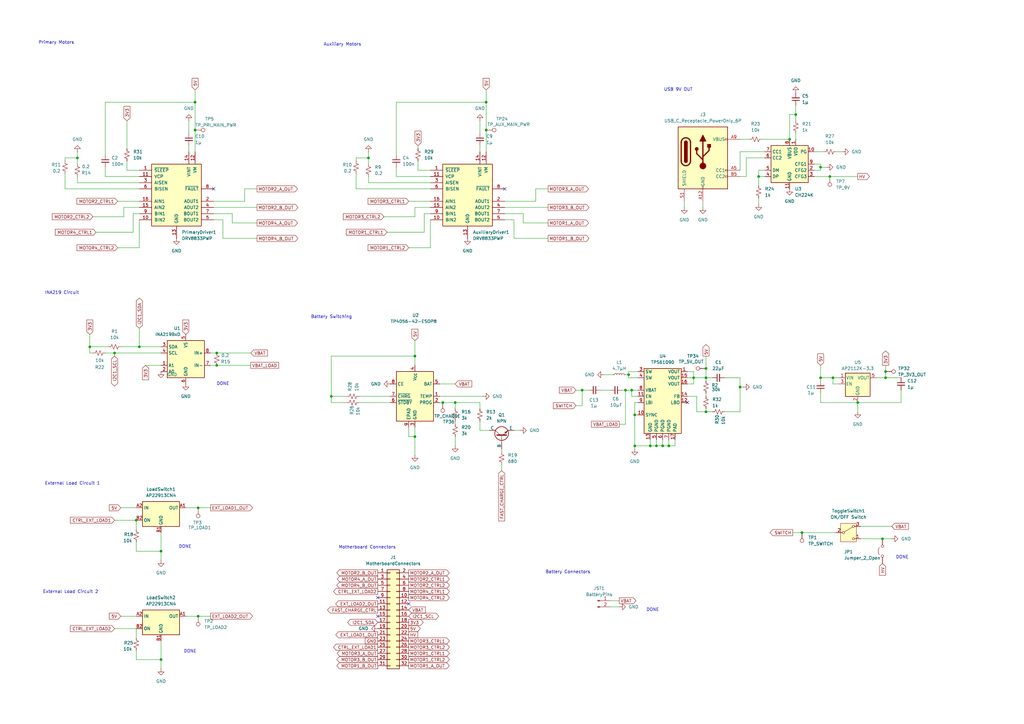
<source format=kicad_sch>
(kicad_sch (version 20250114) (generator "eeschema") (generator_version "9.0")
  (paper "A3")
  (title_block (title "MicroMousePCB") (date "2025-03-21") (rev "v0") (comment 3 "OLFDAN001") (comment 4 "Danella Oelofse"))
  (lib_symbols
    (symbol "Battery_Management:TP4056-42-ESOP8"
      (property "Reference" "U" (at -6.604 11.684 0))
      (property "Value" "TP4056-42-ESOP8" (at 10.16 11.684 0))
      (symbol "TP4056-42-ESOP8_1_0"
        (pin input line (at -10.16 5.08 0) (length 2.54) (name "CE") (number "8"))
        (pin open_collector line (at -10.16 0 0) (length 2.54) (name "~{CHRG}") (number "7"))
        (pin open_collector line (at -10.16 -2.54 0) (length 2.54) (name "~{STDBY}") (number "6"))
        (pin passive line (at -2.54 -12.7 90) (length 2.54) (name "EPAD") (number "9"))
        (pin power_in line (at 0 12.7 270) (length 2.54) (name "V_{CC}") (number "4"))
        (pin power_in line (at 0 -12.7 90) (length 2.54) (name "GND") (number "3"))
        (pin power_out line (at 10.16 5.08 180) (length 2.54) (name "BAT") (number "5"))
        (pin input line (at 10.16 0 180) (length 2.54) (name "TEMP") (number "1"))
        (pin passive line (at 10.16 -2.54 180) (length 2.54) (name "PROG") (number "2"))
      )
    )
    (symbol "Connector:Conn_01x02_Pin" (pin_names (offset 1.016) (hide yes))
      (property "Reference" "J" (at 0 2.54 0))
      (property "Value" "Conn_01x02_Pin" (at 0 -5.08 0))
      (symbol "Conn_01x02_Pin_1_1"
        (pin passive line (at 5.08 0 180) (length 3.81) (name "Pin_1") (number "1"))
        (pin passive line (at 5.08 -2.54 180) (length 3.81) (name "Pin_2") (number "2"))
      )
    )
    (symbol "Connector:TestPoint" (pin_numbers (hide yes)) (pin_names (offset 0.762) (hide yes))
      (property "Reference" "TP" (at 0 6.858 0))
      (property "Value" "TestPoint" (at 0 5.08 0))
      (symbol "TestPoint_1_1"
        (pin passive line (at 0 0 90) (length 2.54) (name "1") (number "1"))
      )
    )
    (symbol "Connector:USB_C_Receptacle_PowerOnly_6P" (pin_names (offset 1.016))
      (property "Reference" "J" (at 0 16.51 0))
      (property "Value" "USB_C_Receptacle_PowerOnly_6P" (at 0 13.97 0))
      (symbol "USB_C_Receptacle_PowerOnly_6P_1_1"
        (pin passive line (at -7.62 -17.78 90) (length 5.08) (name "SHIELD") (number "S1"))
        (pin passive line (at 0 -17.78 90) (length 5.08) (name "GND") (number "A12"))
        (pin passive line (at 0 -17.78 90) (length 5.08) (hide yes) (name "GND") (number "B12"))
        (pin passive line (at 15.24 7.62 180) (length 5.08) (name "VBUS") (number "A9"))
        (pin passive line (at 15.24 7.62 180) (length 5.08) (hide yes) (name "VBUS") (number "B9"))
        (pin bidirectional line (at 15.24 -5.08 180) (length 5.08) (name "CC1") (number "A5"))
        (pin bidirectional line (at 15.24 -7.62 180) (length 5.08) (name "CC2") (number "B5"))
      )
    )
    (symbol "Connector_Generic:Conn_02x16_Odd_Even" (pin_names (offset 1.016) (hide yes))
      (property "Reference" "J" (at 1.27 20.32 0))
      (property "Value" "Conn_02x16_Odd_Even" (at 1.27 -22.86 0))
      (symbol "Conn_02x16_Odd_Even_1_1"
        (pin passive line (at -5.08 17.78 0) (length 3.81) (name "Pin_1") (number "1"))
        (pin passive line (at -5.08 15.24 0) (length 3.81) (name "Pin_3") (number "3"))
        (pin passive line (at -5.08 12.7 0) (length 3.81) (name "Pin_5") (number "5"))
        (pin passive line (at -5.08 10.16 0) (length 3.81) (name "Pin_7") (number "7"))
        (pin passive line (at -5.08 7.62 0) (length 3.81) (name "Pin_9") (number "9"))
        (pin passive line (at -5.08 5.08 0) (length 3.81) (name "Pin_11") (number "11"))
        (pin passive line (at -5.08 2.54 0) (length 3.81) (name "Pin_13") (number "13"))
        (pin passive line (at -5.08 0 0) (length 3.81) (name "Pin_15") (number "15"))
        (pin passive line (at -5.08 -2.54 0) (length 3.81) (name "Pin_17") (number "17"))
        (pin passive line (at -5.08 -5.08 0) (length 3.81) (name "Pin_19") (number "19"))
        (pin passive line (at -5.08 -7.62 0) (length 3.81) (name "Pin_21") (number "21"))
        (pin passive line (at -5.08 -10.16 0) (length 3.81) (name "Pin_23") (number "23"))
        (pin passive line (at -5.08 -12.7 0) (length 3.81) (name "Pin_25") (number "25"))
        (pin passive line (at -5.08 -15.24 0) (length 3.81) (name "Pin_27") (number "27"))
        (pin passive line (at -5.08 -17.78 0) (length 3.81) (name "Pin_29") (number "29"))
        (pin passive line (at -5.08 -20.32 0) (length 3.81) (name "Pin_31") (number "31"))
        (pin passive line (at 7.62 17.78 180) (length 3.81) (name "Pin_2") (number "2"))
        (pin passive line (at 7.62 15.24 180) (length 3.81) (name "Pin_4") (number "4"))
        (pin passive line (at 7.62 12.7 180) (length 3.81) (name "Pin_6") (number "6"))
        (pin passive line (at 7.62 10.16 180) (length 3.81) (name "Pin_8") (number "8"))
        (pin passive line (at 7.62 7.62 180) (length 3.81) (name "Pin_10") (number "10"))
        (pin passive line (at 7.62 5.08 180) (length 3.81) (name "Pin_12") (number "12"))
        (pin passive line (at 7.62 2.54 180) (length 3.81) (name "Pin_14") (number "14"))
        (pin passive line (at 7.62 0 180) (length 3.81) (name "Pin_16") (number "16"))
        (pin passive line (at 7.62 -2.54 180) (length 3.81) (name "Pin_18") (number "18"))
        (pin passive line (at 7.62 -5.08 180) (length 3.81) (name "Pin_20") (number "20"))
        (pin passive line (at 7.62 -7.62 180) (length 3.81) (name "Pin_22") (number "22"))
        (pin passive line (at 7.62 -10.16 180) (length 3.81) (name "Pin_24") (number "24"))
        (pin passive line (at 7.62 -12.7 180) (length 3.81) (name "Pin_26") (number "26"))
        (pin passive line (at 7.62 -15.24 180) (length 3.81) (name "Pin_28") (number "28"))
        (pin passive line (at 7.62 -17.78 180) (length 3.81) (name "Pin_30") (number "30"))
        (pin passive line (at 7.62 -20.32 180) (length 3.81) (name "Pin_32") (number "32"))
      )
    )
    (symbol "Device:C_Small" (pin_numbers (hide yes)) (pin_names (offset 0.254) (hide yes))
      (property "Reference" "C" (at 0.254 1.778 0))
      (property "Value" "C_Small" (at 0.254 -2.032 0))
      (symbol "C_Small_1_1"
        (pin passive line (at 0 2.54 270) (length 2.032) (name "~") (number "1"))
        (pin passive line (at 0 -2.54 90) (length 2.032) (name "~") (number "2"))
      )
    )
    (symbol "Device:L_Small" (pin_numbers (hide yes)) (pin_names (offset 0.254) (hide yes))
      (property "Reference" "L" (at 0.762 1.016 0))
      (property "Value" "L_Small" (at 0.762 -1.016 0))
      (symbol "L_Small_1_1"
        (pin passive line (at 0 2.54 270) (length 0.508) (name "~") (number "1"))
        (pin passive line (at 0 -2.54 90) (length 0.508) (name "~") (number "2"))
      )
    )
    (symbol "Device:R_Small_US" (pin_numbers (hide yes)) (pin_names (offset 0.254) (hide yes))
      (property "Reference" "R" (at 0.762 0.508 0))
      (property "Value" "R_Small_US" (at 0.762 -1.016 0))
      (symbol "R_Small_US_1_1"
        (pin passive line (at 0 2.54 270) (length 1.016) (name "~") (number "1"))
        (pin passive line (at 0 -2.54 90) (length 1.016) (name "~") (number "2"))
      )
    )
    (symbol "Driver_Motor:DRV8833PWP" (pin_names (offset 1.016))
      (property "Reference" "U" (at -3.81 16.51 0))
      (property "Value" "DRV8833PWP" (at -3.81 13.97 0))
      (symbol "DRV8833PWP_1_1"
        (pin input line (at -15.24 10.16 0) (length 5.08) (name "~{SLEEP}") (number "1"))
        (pin bidirectional line (at -15.24 7.62 0) (length 5.08) (name "VCP") (number "11"))
        (pin bidirectional line (at -15.24 5.08 0) (length 5.08) (name "AISEN") (number "3"))
        (pin bidirectional line (at -15.24 2.54 0) (length 5.08) (name "BISEN") (number "6"))
        (pin input line (at -15.24 -2.54 0) (length 5.08) (name "AIN1") (number "16"))
        (pin input line (at -15.24 -5.08 0) (length 5.08) (name "AIN2") (number "15"))
        (pin input line (at -15.24 -7.62 0) (length 5.08) (name "BIN1") (number "9"))
        (pin input line (at -15.24 -10.16 0) (length 5.08) (name "BIN2") (number "10"))
        (pin power_in line (at 0 -17.78 90) (length 5.08) (name "GND") (number "13"))
        (pin passive line (at 0 -17.78 90) (length 5.08) (hide yes) (name "GND") (number "17"))
        (pin power_in line (at 5.08 17.78 270) (length 5.08) (name "VINT") (number "14"))
        (pin power_in line (at 7.62 17.78 270) (length 5.08) (name "VM") (number "12"))
        (pin open_collector line (at 15.24 2.54 180) (length 5.08) (name "~{FAULT}") (number "8"))
        (pin power_out line (at 15.24 -2.54 180) (length 5.08) (name "AOUT1") (number "2"))
        (pin power_out line (at 15.24 -5.08 180) (length 5.08) (name "AOUT2") (number "4"))
        (pin power_out line (at 15.24 -7.62 180) (length 5.08) (name "BOUT1") (number "7"))
        (pin power_out line (at 15.24 -10.16 180) (length 5.08) (name "BOUT2") (number "5"))
      )
    )
    (symbol "Interface_USB:CH224K"
      (property "Reference" "U" (at -7.874 -8.89 0))
      (property "Value" "CH224K" (at 3.048 -8.89 0))
      (symbol "CH224K_1_1"
        (pin bidirectional line (at -10.16 5.08 0) (length 2.54) (name "CC1") (number "7"))
        (pin bidirectional line (at -10.16 2.54 0) (length 2.54) (name "CC2") (number "6"))
        (pin bidirectional line (at -10.16 -2.54 0) (length 2.54) (name "DM") (number "5"))
        (pin bidirectional line (at -10.16 -5.08 0) (length 2.54) (name "DP") (number "4"))
        (pin passive line (at 0 10.16 270) (length 2.54) (name "VBUS") (number "8"))
        (pin power_in line (at 0 -10.16 90) (length 2.54) (name "GND") (number "11"))
        (pin power_in line (at 2.54 10.16 270) (length 2.54) (name "VDD") (number "1"))
        (pin open_collector line (at 10.16 5.08 180) (length 2.54) (name "PG") (number "10"))
        (pin passive line (at 10.16 0 180) (length 2.54) (name "CFG1") (number "9"))
        (pin passive line (at 10.16 -2.54 180) (length 2.54) (name "CFG2") (number "2"))
        (pin passive line (at 10.16 -5.08 180) (length 2.54) (name "CFG3") (number "3"))
      )
    )
    (symbol "Jumper:Jumper_2_Open" (pin_numbers (hide yes)) (pin_names (offset 0) (hide yes)) (exclude_from_sim yes)
      (property "Reference" "JP" (at 0 2.794 0))
      (property "Value" "Jumper_2_Open" (at 0 -2.286 0))
      (symbol "Jumper_2_Open_1_1"
        (pin passive line (at -5.08 0 0) (length 2.54) (name "A") (number "1"))
        (pin passive line (at 5.08 0 180) (length 2.54) (name "B") (number "2"))
      )
    )
    (symbol "Power_Management:AP22913CN4"
      (property "Reference" "U" (at 0 8.255 0))
      (property "Value" "AP22913CN4" (at 0 6.35 0))
      (symbol "AP22913CN4_1_1"
        (pin power_in line (at -10.16 2.54 0) (length 2.54) (name "IN") (number "A2"))
        (pin input line (at -10.16 -2.54 0) (length 2.54) (name "ON") (number "B2"))
        (pin power_in line (at 0 -7.62 90) (length 2.54) (name "GND") (number "B1"))
        (pin power_out line (at 10.16 2.54 180) (length 2.54) (name "OUT") (number "A1"))
      )
    )
    (symbol "Regulator_Linear:AP2112K-3.3" (pin_names (offset 0.254))
      (property "Reference" "U" (at -5.08 5.715 0))
      (property "Value" "AP2112K-3.3" (at 0 5.715 0))
      (symbol "AP2112K-3.3_1_1"
        (pin power_in line (at -7.62 2.54 0) (length 2.54) (name "VIN") (number "1"))
        (pin input line (at -7.62 0 0) (length 2.54) (name "EN") (number "3"))
        (pin power_in line (at 0 -7.62 90) (length 2.54) (name "GND") (number "2"))
        (pin no_connect line (at 5.08 0 180) (length 2.54) (hide yes) (name "NC") (number "4"))
        (pin power_out line (at 7.62 2.54 180) (length 2.54) (name "VOUT") (number "5"))
      )
    )
    (symbol "Regulator_Switching:TPS61090"
      (property "Reference" "U" (at -7.62 15.24 0))
      (property "Value" "TPS61090" (at 1.27 15.24 0))
      (symbol "TPS61090_0_0"
        (pin passive line (at -10.16 12.7 0) (length 2.54) (name "SW") (number "3"))
        (pin passive line (at -10.16 10.16 0) (length 2.54) (name "SW") (number "4"))
        (pin power_in line (at -10.16 5.08 0) (length 2.54) (name "VBAT") (number "8"))
        (pin input line (at -10.16 2.54 0) (length 2.54) (name "EN") (number "11"))
        (pin input line (at -10.16 0 0) (length 2.54) (name "LBI") (number "9"))
        (pin input line (at -10.16 -5.08 0) (length 2.54) (name "SYNC") (number "10"))
        (pin power_in line (at -5.08 -15.24 90) (length 2.54) (name "GND") (number "13"))
        (pin power_in line (at -2.54 -15.24 90) (length 2.54) (name "PGND") (number "5"))
        (pin power_in line (at 0 -15.24 90) (length 2.54) (name "PGND") (number "6"))
        (pin power_in line (at 2.54 -15.24 90) (length 2.54) (name "PGND") (number "7"))
        (pin power_in line (at 5.08 -15.24 90) (length 2.54) (name "PAD") (number "17"))
        (pin power_out line (at 10.16 12.7 180) (length 2.54) (name "VOUT") (number "1"))
        (pin passive line (at 10.16 10.16 180) (length 2.54) (name "VOUT") (number "15"))
        (pin passive line (at 10.16 7.62 180) (length 2.54) (name "VOUT") (number "16"))
        (pin input line (at 10.16 2.54 180) (length 2.54) (name "FB") (number "14"))
        (pin open_collector line (at 10.16 0 180) (length 2.54) (name "LBO") (number "12"))
        (pin no_connect line (at 10.16 -5.08 180) (length 2.54) (hide yes) (name "NC") (number "2"))
      )
    )
    (symbol "Sensor_Energy:INA219BxD"
      (property "Reference" "U" (at -6.35 8.89 0))
      (property "Value" "INA219BxD" (at 5.08 8.89 0))
      (symbol "INA219BxD_1_1"
        (pin input line (at -10.16 2.54 0) (length 2.54) (name "IN+") (number "8"))
        (pin input line (at -10.16 -2.54 0) (length 2.54) (name "IN-") (number "7"))
        (pin power_in line (at 0 10.16 270) (length 2.54) (name "VS") (number "5"))
        (pin power_in line (at 0 -10.16 90) (length 2.54) (name "GND") (number "6"))
        (pin bidirectional line (at 10.16 5.08 180) (length 2.54) (name "SDA") (number "3"))
        (pin input line (at 10.16 2.54 180) (length 2.54) (name "SCL") (number "4"))
        (pin input line (at 10.16 -2.54 180) (length 2.54) (name "A1") (number "1"))
        (pin input line (at 10.16 -5.08 180) (length 2.54) (name "A0") (number "2"))
      )
    )
    (symbol "Simulation_SPICE:NPN" (pin_numbers (hide yes)) (pin_names (offset 0))
      (property "Reference" "Q" (at -2.54 7.62 0))
      (property "Value" "NPN" (at -2.54 5.08 0))
      (symbol "NPN_1_1"
        (pin input line (at -5.08 0 0) (length 2.54) (name "B") (number "2"))
        (pin open_collector line (at 2.54 5.08 270) (length 2.54) (name "C") (number "1"))
        (pin open_emitter line (at 2.54 -5.08 90) (length 2.54) (name "E") (number "3"))
      )
    )
    (symbol "Switch:SW_SPDT_321" (pin_names (offset 1) (hide yes))
      (property "Reference" "SW" (at 0 5.08 0))
      (property "Value" "SW_SPDT_321" (at 0 -5.08 0))
      (symbol "SW_SPDT_321_1_1"
        (pin passive line (at -5.08 0 0) (length 2.54) (name "B") (number "2"))
        (pin passive line (at 5.08 2.54 180) (length 2.54) (name "A") (number "3"))
        (pin passive line (at 5.08 -2.54 180) (length 2.54) (name "C") (number "1"))
      )
    )
    (symbol "power:GND" (power) (pin_numbers (hide yes)) (pin_names (offset 0) (hide yes))
      (property "Value" "GND" (at 0 -3.81 0))
      (symbol "GND_1_1"
        (pin power_in line (at 0 0 270) (length 0) (name "~") (number "1"))
      )
    )
  )
  (text "Primary Motors\n" (at 23.114 17.526 0) (effects (font (size 1.27 1.27))))
  (text "DONE\n" (at 267.716 250.19 0) (effects (font (size 1.27 1.27))))
  (text "External Load Circuit 1\n\n\n" (at 29.718 200.406 0) (effects (font (size 1.27 1.27))))
  (text "Motherboard Connectors\n" (at 150.622 224.536 0) (effects (font (size 1.27 1.27))))
  (text "DONE\n" (at 75.946 224.282 0) (effects (font (size 1.27 1.27))))
  (text "INA219 Circuit\n" (at 25.4 120.142 0) (effects (font (size 1.27 1.27))))
  (text "DONE\n" (at 370.078 228.6 0) (effects (font (size 1.27 1.27))))
  (text "DONE\n" (at 91.44 157.48 0) (effects (font (size 1.27 1.27))))
  (text "Battery Connectors\n" (at 232.918 234.696 0) (effects (font (size 1.27 1.27))))
  (text "Auxiliary Motors\n" (at 140.462 18.288 0) (effects (font (size 1.27 1.27))))
  (text "External Load Circuit 2\n\n" (at 28.956 243.84 0) (effects (font (size 1.27 1.27))))
  (text "USB 9V OUT\n" (at 272.288 36.83 0) (effects (font (size 1.27 1.27)) (justify left)))
  (text "DONE\n" (at 77.978 267.208 0) (effects (font (size 1.27 1.27))))
  (text "Battery Switching\n" (at 127.508 130.048 0) (effects (font (size 1.27 1.27)) (justify left)))
  (junction (at 336.55 154.94))
  (junction (at 81.28 208.28))
  (junction (at 256.54 160.02))
  (junction (at 170.18 146.05))
  (junction (at 271.78 182.88))
  (junction (at 199.39 53.34))
  (junction (at 135.89 162.56))
  (junction (at 81.28 252.73))
  (junction (at 55.88 213.36))
  (junction (at 80.01 41.91))
  (junction (at 88.9 149.86))
  (junction (at 238.76 160.02))
  (junction (at 274.32 182.88))
  (junction (at 303.53 158.75))
  (junction (at 46.99 144.78))
  (junction (at 151.13 64.77))
  (junction (at 289.56 154.94))
  (junction (at 31.75 64.77))
  (junction (at 57.15 142.24))
  (junction (at 311.15 72.39))
  (junction (at 326.39 46.99))
  (junction (at 336.55 68.58))
  (junction (at 170.18 179.07))
  (junction (at 260.35 170.18))
  (junction (at 266.7 182.88))
  (junction (at 341.63 154.94))
  (junction (at 289.56 151.13))
  (junction (at 66.04 270.51))
  (junction (at 363.22 154.94))
  (junction (at 257.81 153.67))
  (junction (at 269.24 182.88))
  (junction (at 199.39 41.91))
  (junction (at 289.56 168.91))
  (junction (at 186.69 165.1))
  (junction (at 361.95 220.98))
  (junction (at 363.22 152.4))
  (junction (at 284.48 154.94))
  (junction (at 181.61 165.1))
  (junction (at 328.93 218.44))
  (junction (at 340.36 72.39))
  (junction (at 259.08 160.02))
  (junction (at 66.04 226.06))
  (junction (at 88.9 144.78))
  (junction (at 260.35 182.88))
  (junction (at 351.79 165.1))
  (junction (at 36.83 142.24))
  (junction (at 323.85 57.15))
  (junction (at 80.01 53.34))
  (no_connect (at 167.64 247.65))
  (no_connect (at 207.01 77.47))
  (no_connect (at 87.63 77.47))
  (no_connect (at 154.94 252.73))
  (no_connect (at 281.94 165.1))
  (no_connect (at 154.94 245.11))
  (wire (pts (xy 369.57 165.1) (xy 351.79 165.1)))
  (wire (pts (xy 81.28 208.28) (xy 76.2 208.28)))
  (wire (pts (xy 313.69 72.39) (xy 311.15 72.39)))
  (wire (pts (xy 259.08 160.02) (xy 261.62 160.02)))
  (wire (pts (xy 54.61 87.63) (xy 54.61 95.25)))
  (wire (pts (xy 323.85 46.99) (xy 323.85 57.15)))
  (wire (pts (xy 151.13 74.93) (xy 176.53 74.93)))
  (wire (pts (xy 255.27 160.02) (xy 256.54 160.02)))
  (wire (pts (xy 289.56 154.94) (xy 292.1 154.94)))
  (wire (pts (xy 199.39 53.34) (xy 199.39 62.23)))
  (wire (pts (xy 261.62 162.56) (xy 259.08 162.56)))
  (wire (pts (xy 57.15 69.85) (xy 52.07 69.85)))
  (wire (pts (xy 26.67 64.77) (xy 26.67 66.04)))
  (wire (pts (xy 91.44 97.79) (xy 105.41 97.79)))
  (wire (pts (xy 341.63 154.94) (xy 336.55 154.94)))
  (wire (pts (xy 326.39 46.99) (xy 326.39 49.53)))
  (wire (pts (xy 281.94 152.4) (xy 284.48 152.4)))
  (wire (pts (xy 196.85 172.72) (xy 196.85 176.53)))
  (wire (pts (xy 180.34 165.1) (xy 181.61 165.1)))
  (wire (pts (xy 147.32 165.1) (xy 160.02 165.1)))
  (wire (pts (xy 260.35 182.88) (xy 266.7 182.88)))
  (wire (pts (xy 266.7 180.34) (xy 266.7 182.88)))
  (wire (pts (xy 55.88 257.81) (xy 55.88 261.62)))
  (wire (pts (xy 66.04 226.06) (xy 66.04 229.87)))
  (wire (pts (xy 66.04 270.51) (xy 66.04 274.32)))
  (wire (pts (xy 297.18 168.91) (xy 303.53 168.91)))
  (wire (pts (xy 246.38 160.02) (xy 250.19 160.02)))
  (wire (pts (xy 284.48 152.4) (xy 284.48 154.94)))
  (wire (pts (xy 167.64 101.6) (xy 176.53 101.6)))
  (wire (pts (xy 274.32 182.88) (xy 274.32 180.34)))
  (wire (pts (xy 334.01 69.85) (xy 336.55 69.85)))
  (wire (pts (xy 171.45 59.69) (xy 171.45 60.96)))
  (wire (pts (xy 289.56 167.64) (xy 289.56 168.91)))
  (wire (pts (xy 363.22 154.94) (xy 369.57 154.94)))
  (wire (pts (xy 100.33 77.47) (xy 105.41 77.47)))
  (wire (pts (xy 336.55 68.58) (xy 336.55 69.85)))
  (wire (pts (xy 176.53 85.09) (xy 170.18 85.09)))
  (wire (pts (xy 281.94 157.48) (xy 284.48 157.48)))
  (wire (pts (xy 66.04 218.44) (xy 66.04 226.06)))
  (wire (pts (xy 260.35 165.1) (xy 260.35 170.18)))
  (wire (pts (xy 146.05 64.77) (xy 151.13 64.77)))
  (wire (pts (xy 180.34 162.56) (xy 198.12 162.56)))
  (wire (pts (xy 171.45 66.04) (xy 171.45 69.85)))
  (wire (pts (xy 306.07 72.39) (xy 303.53 72.39)))
  (wire (pts (xy 135.89 162.56) (xy 142.24 162.56)))
  (wire (pts (xy 57.15 72.39) (xy 43.18 72.39)))
  (wire (pts (xy 66.04 142.24) (xy 57.15 142.24)))
  (wire (pts (xy 256.54 153.67) (xy 257.81 153.67)))
  (wire (pts (xy 257.81 154.94) (xy 261.62 154.94)))
  (wire (pts (xy 280.67 82.55) (xy 280.67 85.09)))
  (wire (pts (xy 236.22 160.02) (xy 238.76 160.02)))
  (wire (pts (xy 303.53 57.15) (xy 307.34 57.15)))
  (wire (pts (xy 353.06 220.98) (xy 361.95 220.98)))
  (wire (pts (xy 334.01 67.31) (xy 336.55 67.31)))
  (wire (pts (xy 259.08 160.02) (xy 259.08 162.56)))
  (wire (pts (xy 311.15 69.85) (xy 311.15 72.39)))
  (wire (pts (xy 219.71 82.55) (xy 219.71 77.47)))
  (wire (pts (xy 342.9 62.23) (xy 345.44 62.23)))
  (wire (pts (xy 39.37 95.25) (xy 54.61 95.25)))
  (wire (pts (xy 77.47 49.53) (xy 77.47 54.61)))
  (wire (pts (xy 87.63 85.09) (xy 105.41 85.09)))
  (wire (pts (xy 88.9 149.86) (xy 102.87 149.86)))
  (wire (pts (xy 135.89 162.56) (xy 135.89 146.05)))
  (wire (pts (xy 81.28 252.73) (xy 76.2 252.73)))
  (wire (pts (xy 57.15 142.24) (xy 49.53 142.24)))
  (wire (pts (xy 238.76 160.02) (xy 241.3 160.02)))
  (wire (pts (xy 26.67 77.47) (xy 57.15 77.47)))
  (wire (pts (xy 57.15 90.17) (xy 57.15 101.6)))
  (wire (pts (xy 66.04 262.89) (xy 66.04 270.51)))
  (wire (pts (xy 196.85 176.53) (xy 200.66 176.53)))
  (wire (pts (xy 80.01 36.83) (xy 80.01 41.91)))
  (wire (pts (xy 46.99 144.78) (xy 43.18 144.78)))
  (wire (pts (xy 351.79 165.1) (xy 351.79 168.91)))
  (wire (pts (xy 336.55 154.94) (xy 336.55 156.21)))
  (wire (pts (xy 170.18 85.09) (xy 170.18 88.9)))
  (wire (pts (xy 196.85 49.53) (xy 196.85 54.61)))
  (wire (pts (xy 281.94 162.56) (xy 285.75 162.56)))
  (wire (pts (xy 271.78 180.34) (xy 271.78 182.88)))
  (wire (pts (xy 43.18 72.39) (xy 43.18 68.58)))
  (wire (pts (xy 269.24 182.88) (xy 271.78 182.88)))
  (wire (pts (xy 52.07 66.04) (xy 52.07 69.85)))
  (wire (pts (xy 186.69 165.1) (xy 196.85 165.1)))
  (wire (pts (xy 176.53 90.17) (xy 176.53 101.6)))
  (wire (pts (xy 276.86 180.34) (xy 276.86 182.88)))
  (wire (pts (xy 186.69 172.72) (xy 186.69 173.99)))
  (wire (pts (xy 353.06 215.9) (xy 365.76 215.9)))
  (wire (pts (xy 326.39 54.61) (xy 326.39 57.15)))
  (wire (pts (xy 80.01 53.34) (xy 80.01 62.23)))
  (wire (pts (xy 176.53 72.39) (xy 162.56 72.39)))
  (wire (pts (xy 86.36 252.73) (xy 81.28 252.73)))
  (wire (pts (xy 146.05 71.12) (xy 146.05 77.47)))
  (wire (pts (xy 285.75 168.91) (xy 289.56 168.91)))
  (wire (pts (xy 196.85 59.69) (xy 196.85 62.23)))
  (wire (pts (xy 336.55 149.86) (xy 336.55 154.94)))
  (wire (pts (xy 269.24 180.34) (xy 269.24 182.88)))
  (wire (pts (xy 207.01 85.09) (xy 224.79 85.09)))
  (wire (pts (xy 303.53 158.75) (xy 304.8 158.75)))
  (wire (pts (xy 313.69 62.23) (xy 303.53 62.23)))
  (wire (pts (xy 250.19 248.92) (xy 254 248.92)))
  (wire (pts (xy 341.63 154.94) (xy 341.63 157.48)))
  (wire (pts (xy 289.56 146.05) (xy 289.56 151.13)))
  (wire (pts (xy 36.83 137.16) (xy 36.83 142.24)))
  (wire (pts (xy 151.13 72.39) (xy 151.13 74.93)))
  (wire (pts (xy 49.53 208.28) (xy 55.88 208.28)))
  (wire (pts (xy 256.54 160.02) (xy 259.08 160.02)))
  (wire (pts (xy 167.64 175.26) (xy 167.64 179.07)))
  (wire (pts (xy 173.99 87.63) (xy 173.99 95.25)))
  (wire (pts (xy 207.01 90.17) (xy 210.82 90.17)))
  (wire (pts (xy 196.85 165.1) (xy 196.85 167.64)))
  (wire (pts (xy 261.62 170.18) (xy 260.35 170.18)))
  (wire (pts (xy 170.18 179.07) (xy 170.18 186.69)))
  (wire (pts (xy 181.61 165.1) (xy 186.69 165.1)))
  (wire (pts (xy 256.54 160.02) (xy 256.54 173.99)))
  (wire (pts (xy 55.88 266.7) (xy 55.88 270.51)))
  (wire (pts (xy 88.9 144.78) (xy 102.87 144.78)))
  (wire (pts (xy 46.99 144.78) (xy 46.99 146.05)))
  (wire (pts (xy 151.13 64.77) (xy 151.13 67.31)))
  (wire (pts (xy 289.56 161.29) (xy 289.56 162.56)))
  (wire (pts (xy 214.63 91.44) (xy 224.79 91.44)))
  (wire (pts (xy 162.56 63.5) (xy 162.56 41.91)))
  (wire (pts (xy 238.76 160.02) (xy 238.76 166.37)))
  (wire (pts (xy 158.75 95.25) (xy 173.99 95.25)))
  (wire (pts (xy 334.01 72.39) (xy 340.36 72.39)))
  (wire (pts (xy 207.01 87.63) (xy 214.63 87.63)))
  (wire (pts (xy 38.1 144.78) (xy 36.83 144.78)))
  (wire (pts (xy 205.74 190.5) (xy 205.74 193.04)))
  (wire (pts (xy 55.88 226.06) (xy 66.04 226.06)))
  (wire (pts (xy 43.18 63.5) (xy 43.18 41.91)))
  (wire (pts (xy 38.1 88.9) (xy 50.8 88.9)))
  (wire (pts (xy 336.55 68.58) (xy 339.09 68.58)))
  (wire (pts (xy 77.47 59.69) (xy 77.47 62.23)))
  (wire (pts (xy 151.13 62.23) (xy 151.13 64.77)))
  (wire (pts (xy 146.05 64.77) (xy 146.05 66.04)))
  (wire (pts (xy 326.39 43.18) (xy 326.39 46.99)))
  (wire (pts (xy 340.36 72.39) (xy 351.79 72.39)))
  (wire (pts (xy 274.32 182.88) (xy 276.86 182.88)))
  (wire (pts (xy 52.07 49.53) (xy 52.07 60.96)))
  (wire (pts (xy 55.88 222.25) (xy 55.88 226.06)))
  (wire (pts (xy 369.57 160.02) (xy 369.57 165.1)))
  (wire (pts (xy 87.63 82.55) (xy 100.33 82.55)))
  (wire (pts (xy 236.22 166.37) (xy 238.76 166.37)))
  (wire (pts (xy 257.81 153.67) (xy 257.81 154.94)))
  (wire (pts (xy 207.01 82.55) (xy 219.71 82.55)))
  (wire (pts (xy 135.89 165.1) (xy 142.24 165.1)))
  (wire (pts (xy 261.62 165.1) (xy 260.35 165.1)))
  (wire (pts (xy 210.82 176.53) (xy 213.36 176.53)))
  (wire (pts (xy 325.12 218.44) (xy 328.93 218.44)))
  (wire (pts (xy 157.48 88.9) (xy 170.18 88.9)))
  (wire (pts (xy 344.17 157.48) (xy 341.63 157.48)))
  (wire (pts (xy 312.42 57.15) (xy 323.85 57.15)))
  (wire (pts (xy 363.22 149.86) (xy 363.22 152.4)))
  (wire (pts (xy 180.34 157.48) (xy 186.69 157.48)))
  (wire (pts (xy 260.35 170.18) (xy 260.35 182.88)))
  (wire (pts (xy 167.64 179.07) (xy 170.18 179.07)))
  (wire (pts (xy 266.7 182.88) (xy 269.24 182.88)))
  (wire (pts (xy 313.69 64.77) (xy 306.07 64.77)))
  (wire (pts (xy 80.01 41.91) (xy 80.01 53.34)))
  (wire (pts (xy 167.64 82.55) (xy 176.53 82.55)))
  (wire (pts (xy 176.53 87.63) (xy 173.99 87.63)))
  (wire (pts (xy 254 173.99) (xy 256.54 173.99)))
  (wire (pts (xy 48.26 101.6) (xy 57.15 101.6)))
  (wire (pts (xy 66.04 149.86) (xy 59.69 149.86)))
  (wire (pts (xy 285.75 162.56) (xy 285.75 168.91)))
  (wire (pts (xy 135.89 162.56) (xy 135.89 165.1)))
  (wire (pts (xy 57.15 85.09) (xy 50.8 85.09)))
  (wire (pts (xy 313.69 69.85) (xy 311.15 69.85)))
  (wire (pts (xy 49.53 252.73) (xy 55.88 252.73)))
  (wire (pts (xy 95.25 91.44) (xy 105.41 91.44)))
  (wire (pts (xy 162.56 41.91) (xy 199.39 41.91)))
  (wire (pts (xy 214.63 87.63) (xy 214.63 91.44)))
  (wire (pts (xy 66.04 144.78) (xy 46.99 144.78)))
  (wire (pts (xy 147.32 162.56) (xy 160.02 162.56)))
  (wire (pts (xy 86.36 149.86) (xy 88.9 149.86)))
  (wire (pts (xy 210.82 90.17) (xy 210.82 97.79)))
  (wire (pts (xy 170.18 175.26) (xy 170.18 179.07)))
  (wire (pts (xy 87.63 90.17) (xy 91.44 90.17)))
  (wire (pts (xy 48.26 82.55) (xy 57.15 82.55)))
  (wire (pts (xy 311.15 81.28) (xy 311.15 83.82)))
  (wire (pts (xy 306.07 64.77) (xy 306.07 72.39)))
  (wire (pts (xy 43.18 41.91) (xy 80.01 41.91)))
  (wire (pts (xy 170.18 139.7) (xy 170.18 146.05)))
  (wire (pts (xy 271.78 182.88) (xy 274.32 182.88)))
  (wire (pts (xy 26.67 64.77) (xy 31.75 64.77)))
  (wire (pts (xy 50.8 85.09) (xy 50.8 88.9)))
  (wire (pts (xy 261.62 152.4) (xy 257.81 152.4)))
  (wire (pts (xy 251.46 153.67) (xy 247.65 153.67)))
  (wire (pts (xy 205.74 184.15) (xy 205.74 185.42)))
  (wire (pts (xy 95.25 87.63) (xy 95.25 91.44)))
  (wire (pts (xy 326.39 46.99) (xy 323.85 46.99)))
  (wire (pts (xy 186.69 179.07) (xy 186.69 182.88)))
  (wire (pts (xy 297.18 154.94) (xy 303.53 154.94)))
  (wire (pts (xy 334.01 62.23) (xy 337.82 62.23)))
  (wire (pts (xy 46.99 257.81) (xy 55.88 257.81)))
  (wire (pts (xy 219.71 77.47) (xy 224.79 77.47)))
  (wire (pts (xy 284.48 154.94) (xy 284.48 157.48)))
  (wire (pts (xy 31.75 64.77) (xy 31.75 67.31)))
  (wire (pts (xy 361.95 220.98) (xy 365.76 220.98)))
  (wire (pts (xy 135.89 146.05) (xy 170.18 146.05)))
  (wire (pts (xy 36.83 142.24) (xy 44.45 142.24)))
  (wire (pts (xy 31.75 72.39) (xy 31.75 74.93)))
  (wire (pts (xy 210.82 97.79) (xy 224.79 97.79)))
  (wire (pts (xy 146.05 77.47) (xy 176.53 77.47)))
  (wire (pts (xy 26.67 71.12) (xy 26.67 77.47)))
  (wire (pts (xy 336.55 67.31) (xy 336.55 68.58)))
  (wire (pts (xy 260.35 182.88) (xy 260.35 184.15)))
  (wire (pts (xy 186.69 165.1) (xy 186.69 167.64)))
  (wire (pts (xy 199.39 36.83) (xy 199.39 41.91)))
  (wire (pts (xy 55.88 213.36) (xy 55.88 217.17)))
  (wire (pts (xy 57.15 87.63) (xy 54.61 87.63)))
  (wire (pts (xy 281.94 154.94) (xy 284.48 154.94)))
  (wire (pts (xy 162.56 72.39) (xy 162.56 68.58)))
  (wire (pts (xy 31.75 74.93) (xy 57.15 74.93)))
  (wire (pts (xy 336.55 165.1) (xy 351.79 165.1)))
  (wire (pts (xy 284.48 154.94) (xy 289.56 154.94)))
  (wire (pts (xy 289.56 168.91) (xy 292.1 168.91)))
  (wire (pts (xy 363.22 152.4) (xy 363.22 154.94)))
  (wire (pts (xy 289.56 154.94) (xy 289.56 156.21)))
  (wire (pts (xy 36.83 142.24) (xy 36.83 144.78)))
  (wire (pts (xy 87.63 87.63) (xy 95.25 87.63)))
  (wire (pts (xy 91.44 90.17) (xy 91.44 97.79)))
  (wire (pts (xy 86.36 208.28) (xy 81.28 208.28)))
  (wire (pts (xy 328.93 218.44) (xy 342.9 218.44)))
  (wire (pts (xy 289.56 151.13) (xy 289.56 154.94)))
  (wire (pts (xy 303.53 158.75) (xy 303.53 168.91)))
  (wire (pts (xy 288.29 82.55) (xy 288.29 85.09)))
  (wire (pts (xy 303.53 62.23) (xy 303.53 69.85)))
  (wire (pts (xy 46.99 213.36) (xy 55.88 213.36)))
  (wire (pts (xy 344.17 154.94) (xy 341.63 154.94)))
  (wire (pts (xy 170.18 146.05) (xy 170.18 149.86)))
  (wire (pts (xy 359.41 154.94) (xy 363.22 154.94)))
  (wire (pts (xy 336.55 161.29) (xy 336.55 165.1)))
  (wire (pts (xy 303.53 154.94) (xy 303.53 158.75)))
  (wire (pts (xy 86.36 144.78) (xy 88.9 144.78)))
  (wire (pts (xy 176.53 69.85) (xy 171.45 69.85)))
  (wire (pts (xy 55.88 270.51) (xy 66.04 270.51)))
  (wire (pts (xy 100.33 82.55) (xy 100.33 77.47)))
  (wire (pts (xy 31.75 62.23) (xy 31.75 64.77)))
  (wire (pts (xy 199.39 41.91) (xy 199.39 53.34)))
  (wire (pts (xy 311.15 72.39) (xy 311.15 76.2)))
  (wire (pts (xy 257.81 152.4) (xy 257.81 153.67)))
  (wire (pts (xy 57.15 134.62) (xy 57.15 142.24)))
  (wire (pts (xy 250.19 246.38) (xy 254 246.38)))
  (global_label "3V3" (shape input) (at 52.07 49.53 90) (property "Intersheetrefs" "${INTERSHEET_REFS}" (effects (hide yes))))
  (global_label "MOTOR1_A_OUT" (shape output) (at 224.79 91.44 0) (property "Intersheetrefs" "${INTERSHEET_REFS}" (effects (hide yes))))
  (global_label "EXT_LOAD1_OUT" (shape output) (at 86.36 208.28 0) (property "Intersheetrefs" "${INTERSHEET_REFS}" (effects (hide yes))))
  (global_label "GND" (shape passive) (at 154.94 262.89 180) (property "Intersheetrefs" "${INTERSHEET_REFS}" (effects (hide yes))))
  (global_label "VBAT" (shape input) (at 167.64 250.19 0) (property "Intersheetrefs" "${INTERSHEET_REFS}" (effects (hide yes))))
  (global_label "3V3" (shape output) (at 167.64 255.27 0) (property "Intersheetrefs" "${INTERSHEET_REFS}" (effects (hide yes))))
  (global_label "MOTOR3_A_OUT" (shape output) (at 224.79 77.47 0) (property "Intersheetrefs" "${INTERSHEET_REFS}" (effects (hide yes))))
  (global_label "3V3" (shape input) (at 171.45 59.69 90) (property "Intersheetrefs" "${INTERSHEET_REFS}" (effects (hide yes))))
  (global_label "MOTOR4_CTRL2" (shape output) (at 167.64 245.11 0) (property "Intersheetrefs" "${INTERSHEET_REFS}" (effects (hide yes))))
  (global_label "MOTOR1_CTRL1" (shape input) (at 158.75 95.25 180) (property "Intersheetrefs" "${INTERSHEET_REFS}" (effects (hide yes))))
  (global_label "MOTOR2_A_OUT" (shape output) (at 105.41 77.47 0) (property "Intersheetrefs" "${INTERSHEET_REFS}" (effects (hide yes))))
  (global_label "MOTOR2_CTRL2" (shape input) (at 38.1 88.9 180) (property "Intersheetrefs" "${INTERSHEET_REFS}" (effects (hide yes))))
  (global_label "MOTOR2_CTRL1" (shape output) (at 167.64 237.49 0) (property "Intersheetrefs" "${INTERSHEET_REFS}" (effects (hide yes))))
  (global_label "CTRL_EXT_LOAD2" (shape input) (at 46.99 257.81 180) (property "Intersheetrefs" "${INTERSHEET_REFS}" (effects (hide yes))))
  (global_label "3V3" (shape input) (at 36.83 137.16 90) (property "Intersheetrefs" "${INTERSHEET_REFS}" (effects (hide yes))))
  (global_label "MOTOR3_B_OUT" (shape output) (at 154.94 270.51 180) (property "Intersheetrefs" "${INTERSHEET_REFS}" (effects (hide yes))))
  (global_label "MOTOR4_B_OUT" (shape output) (at 154.94 240.03 180) (property "Intersheetrefs" "${INTERSHEET_REFS}" (effects (hide yes))))
  (global_label "VBAT" (shape output) (at 254 246.38 0) (property "Intersheetrefs" "${INTERSHEET_REFS}" (effects (hide yes))))
  (global_label "5V" (shape input) (at 199.39 36.83 90) (property "Intersheetrefs" "${INTERSHEET_REFS}" (effects (hide yes))))
  (global_label "CTRL_EXT_LOAD1" (shape input) (at 46.99 213.36 180) (property "Intersheetrefs" "${INTERSHEET_REFS}" (effects (hide yes))))
  (global_label "VBAT_LOAD" (shape passive) (at 102.87 149.86 0) (property "Intersheetrefs" "${INTERSHEET_REFS}" (effects (hide yes))))
  (global_label "MOTOR3_CTRL2" (shape input) (at 157.48 88.9 180) (property "Intersheetrefs" "${INTERSHEET_REFS}" (effects (hide yes))))
  (global_label "I2C1_SCL" (shape bidirectional) (at 167.64 252.73 0) (property "Intersheetrefs" "${INTERSHEET_REFS}" (effects (hide yes))))
  (global_label "HV" (shape input) (at 361.95 231.14 270) (property "Intersheetrefs" "${INTERSHEET_REFS}" (effects (hide yes))))
  (global_label "5V" (shape output) (at 289.56 146.05 90) (property "Intersheetrefs" "${INTERSHEET_REFS}" (effects (hide yes))))
  (global_label "5V" (shape input) (at 49.53 252.73 180) (property "Intersheetrefs" "${INTERSHEET_REFS}" (effects (hide yes))))
  (global_label "FAST_CHARGE_CTRL" (shape input) (at 205.74 193.04 270) (property "Intersheetrefs" "${INTERSHEET_REFS}" (effects (hide yes))))
  (global_label "MOTOR3_CTRL1" (shape input) (at 167.64 82.55 180) (property "Intersheetrefs" "${INTERSHEET_REFS}" (effects (hide yes))))
  (global_label "MOTOR1_A_OUT" (shape output) (at 167.64 273.05 0) (property "Intersheetrefs" "${INTERSHEET_REFS}" (effects (hide yes))))
  (global_label "MOTOR3_B_OUT" (shape output) (at 224.79 85.09 0) (property "Intersheetrefs" "${INTERSHEET_REFS}" (effects (hide yes))))
  (global_label "MOTOR1_B_OUT" (shape output) (at 154.94 273.05 180) (property "Intersheetrefs" "${INTERSHEET_REFS}" (effects (hide yes))))
  (global_label "5V" (shape output) (at 167.64 257.81 0) (property "Intersheetrefs" "${INTERSHEET_REFS}" (effects (hide yes))))
  (global_label "VBAT" (shape input) (at 102.87 144.78 0) (property "Intersheetrefs" "${INTERSHEET_REFS}" (effects (hide yes))))
  (global_label "MOTOR3_CTRL1" (shape output) (at 167.64 262.89 0) (property "Intersheetrefs" "${INTERSHEET_REFS}" (effects (hide yes))))
  (global_label "CTRL_EXT_LOAD2" (shape output) (at 154.94 242.57 180) (property "Intersheetrefs" "${INTERSHEET_REFS}" (effects (hide yes))))
  (global_label "MOTOR4_B_OUT" (shape output) (at 105.41 97.79 0) (property "Intersheetrefs" "${INTERSHEET_REFS}" (effects (hide yes))))
  (global_label "MOTOR4_CTRL1" (shape input) (at 39.37 95.25 180) (property "Intersheetrefs" "${INTERSHEET_REFS}" (effects (hide yes))))
  (global_label "MOTOR1_B_OUT" (shape output) (at 224.79 97.79 0) (property "Intersheetrefs" "${INTERSHEET_REFS}" (effects (hide yes))))
  (global_label "EXT_LOAD2_OUT" (shape output) (at 154.94 247.65 180) (property "Intersheetrefs" "${INTERSHEET_REFS}" (effects (hide yes))))
  (global_label "MOTOR4_CTRL2" (shape input) (at 48.26 101.6 180) (property "Intersheetrefs" "${INTERSHEET_REFS}" (effects (hide yes))))
  (global_label "3V3" (shape input) (at 59.69 149.86 270) (property "Intersheetrefs" "${INTERSHEET_REFS}" (effects (hide yes))))
  (global_label "VBAT_LOAD" (shape passive) (at 254 173.99 180) (property "Intersheetrefs" "${INTERSHEET_REFS}" (effects (hide yes))))
  (global_label "3V3" (shape output) (at 363.22 149.86 90) (property "Intersheetrefs" "${INTERSHEET_REFS}" (effects (hide yes))))
  (global_label "5V" (shape input) (at 49.53 208.28 180) (property "Intersheetrefs" "${INTERSHEET_REFS}" (effects (hide yes))))
  (global_label "MOTOR4_A_OUT" (shape output) (at 105.41 91.44 0) (property "Intersheetrefs" "${INTERSHEET_REFS}" (effects (hide yes))))
  (global_label "I2C1_SDA" (shape bidirectional) (at 57.15 134.62 90) (property "Intersheetrefs" "${INTERSHEET_REFS}" (effects (hide yes))))
  (global_label "SWITCH" (shape output) (at 325.12 218.44 180) (property "Intersheetrefs" "${INTERSHEET_REFS}" (effects (hide yes))))
  (global_label "I2C1_SCL" (shape bidirectional) (at 46.99 146.05 270) (property "Intersheetrefs" "${INTERSHEET_REFS}" (effects (hide yes))))
  (global_label "VBAT" (shape input) (at 365.76 215.9 0) (property "Intersheetrefs" "${INTERSHEET_REFS}" (effects (hide yes))))
  (global_label "5V" (shape input) (at 170.18 139.7 90) (property "Intersheetrefs" "${INTERSHEET_REFS}" (effects (hide yes))))
  (global_label "HV" (shape passive) (at 167.64 260.35 0) (property "Intersheetrefs" "${INTERSHEET_REFS}" (effects (hide yes))))
  (global_label "MOTOR1_CTRL2" (shape output) (at 167.64 270.51 0) (property "Intersheetrefs" "${INTERSHEET_REFS}" (effects (hide yes))))
  (global_label "MOTOR2_CTRL1" (shape input) (at 48.26 82.55 180) (property "Intersheetrefs" "${INTERSHEET_REFS}" (effects (hide yes))))
  (global_label "VBAT" (shape input) (at 236.22 160.02 180) (property "Intersheetrefs" "${INTERSHEET_REFS}" (effects (hide yes))))
  (global_label "MOTOR1_CTRL2" (shape input) (at 167.64 101.6 180) (property "Intersheetrefs" "${INTERSHEET_REFS}" (effects (hide yes))))
  (global_label "HV" (shape output) (at 351.79 72.39 0) (property "Intersheetrefs" "${INTERSHEET_REFS}" (effects (hide yes))))
  (global_label "3V3" (shape input) (at 76.2 137.16 90) (property "Intersheetrefs" "${INTERSHEET_REFS}" (effects (hide yes))))
  (global_label "SWITCH" (shape input) (at 236.22 166.37 180) (property "Intersheetrefs" "${INTERSHEET_REFS}" (effects (hide yes))))
  (global_label "EXT_LOAD2_OUT" (shape output) (at 86.36 252.73 0) (property "Intersheetrefs" "${INTERSHEET_REFS}" (effects (hide yes))))
  (global_label "MOTOR2_A_OUT" (shape output) (at 167.64 234.95 0) (property "Intersheetrefs" "${INTERSHEET_REFS}" (effects (hide yes))))
  (global_label "FAST_CHARGE_CTRL" (shape output) (at 154.94 250.19 180) (property "Intersheetrefs" "${INTERSHEET_REFS}" (effects (hide yes))))
  (global_label "MOTOR4_CTRL1" (shape output) (at 167.64 242.57 0) (property "Intersheetrefs" "${INTERSHEET_REFS}" (effects (hide yes))))
  (global_label "MOTOR4_A_OUT" (shape output) (at 154.94 237.49 180) (property "Intersheetrefs" "${INTERSHEET_REFS}" (effects (hide yes))))
  (global_label "I2C1_SDA" (shape bidirectional) (at 154.94 255.27 180) (property "Intersheetrefs" "${INTERSHEET_REFS}" (effects (hide yes))))
  (global_label "5V" (shape input) (at 336.55 149.86 90) (property "Intersheetrefs" "${INTERSHEET_REFS}" (effects (hide yes))))
  (global_label "CTRL_EXT_LOAD1" (shape output) (at 154.94 265.43 180) (property "Intersheetrefs" "${INTERSHEET_REFS}" (effects (hide yes))))
  (global_label "MOTOR2_B_OUT" (shape output) (at 105.41 85.09 0) (property "Intersheetrefs" "${INTERSHEET_REFS}" (effects (hide yes))))
  (global_label "MOTOR3_A_OUT" (shape output) (at 154.94 267.97 180) (property "Intersheetrefs" "${INTERSHEET_REFS}" (effects (hide yes))))
  (global_label "5V" (shape input) (at 80.01 36.83 90) (property "Intersheetrefs" "${INTERSHEET_REFS}" (effects (hide yes))))
  (global_label "MOTOR1_CTRL1" (shape output) (at 167.64 267.97 0) (property "Intersheetrefs" "${INTERSHEET_REFS}" (effects (hide yes))))
  (global_label "MOTOR2_CTRL2" (shape output) (at 167.64 240.03 0) (property "Intersheetrefs" "${INTERSHEET_REFS}" (effects (hide yes))))
  (global_label "MOTOR3_CTRL2" (shape output) (at 167.64 265.43 0) (property "Intersheetrefs" "${INTERSHEET_REFS}" (effects (hide yes))))
  (global_label "EXT_LOAD1_OUT" (shape output) (at 154.94 260.35 180) (property "Intersheetrefs" "${INTERSHEET_REFS}" (effects (hide yes))))
  (global_label "MOTOR2_B_OUT" (shape output) (at 154.94 234.95 180) (property "Intersheetrefs" "${INTERSHEET_REFS}" (effects (hide yes))))
  (global_label "VBAT" (shape input) (at 186.69 157.48 0) (property "Intersheetrefs" "${INTERSHEET_REFS}" (effects (hide yes))))
  (symbol (lib_id "power:GND") (at 351.79 168.91 0) (unit 1)
    (property "Reference" "#PWR028" (effects (hide yes)))
    (property "Value" "GND" (at 351.79 173.99 0))
    (property "Description" "Power symbol creates a global label with name \"GND\" , ground" (effects (hide yes)))
  )
  (symbol (lib_id "Device:R_Small_US") (at 289.56 158.75 0) (unit 1)
    (property "Reference" "R2" (at 291.846 157.988 0) (effects (justify left)))
    (property "Value" "30k" (at 291.846 159.766 0) (effects (justify left)))
    (property "Footprint" "Resistor_SMD:R_0603_1608Metric_Pad0.98x0.95mm_HandSolder" (effects (hide yes)))
    (property "Description" "Resistor, small US symbol" (effects (hide yes)))
    (property "LCSC" " C22984" (effects (hide yes)))
  )
  (symbol (lib_id "Device:C_Small") (at 196.85 57.15 0) (unit 1)
    (property "Reference" "C9" (at 199.39 55.8862 0) (effects (justify left)))
    (property "Value" "1μ" (at 199.39 58.4262 0) (effects (justify left)))
    (property "Footprint" "Capacitor_SMD:C_0504_1310Metric_Pad0.83x1.28mm_HandSolder" (effects (hide yes)))
    (property "Description" "Unpolarized capacitor, small symbol" (effects (hide yes)))
    (property "LCSC" " C15849" (effects (hide yes)))
  )
  (symbol (lib_id "Driver_Motor:DRV8833PWP") (at 72.39 80.01 0) (unit 1)
    (property "Reference" "PrimaryDriver1" (at 74.5333 95.25 0) (effects (justify left)))
    (property "Value" "DRV8833PWP" (at 74.5333 97.79 0) (effects (justify left)))
    (property "Footprint" "Package_SO:TSSOP-16-1EP_4.4x5mm_P0.65mm_EP3x3mm_ThermalVias" (effects (hide yes)))
    (property "Datasheet" "http://www.ti.com/lit/ds/symlink/drv8833.pdf" (effects (hide yes)))
    (property "Description" "Dual H-Bridge Motor Driver, HTSSOP-16" (effects (hide yes)))
    (property "LCSC" " C50506" (effects (hide yes)))
  )
  (symbol (lib_id "Jumper:Jumper_2_Open") (at 361.95 226.06 90) (unit 1) (exclude_from_sim yes) (in_bom no)
    (property "Reference" "JP1" (at 346.202 226.314 90) (effects (justify right)))
    (property "Value" "Jumper_2_Open" (at 346.202 228.854 90) (effects (justify right)))
    (property "Footprint" "TestPoint:TestPoint_2Pads_Pitch2.54mm_Drill0.8mm" (effects (hide yes)))
    (property "Description" "Jumper, 2-pole, open" (effects (hide yes)))
  )
  (symbol (lib_id "power:GND") (at 339.09 68.58 90) (unit 1)
    (property "Reference" "#PWR025" (effects (hide yes)))
    (property "Value" "GND" (at 342.9 68.5799 90) (effects (justify right)))
    (property "Description" "Power symbol creates a global label with name \"GND\" , ground" (effects (hide yes)))
  )
  (symbol (lib_id "power:GND") (at 304.8 158.75 90) (unit 1)
    (property "Reference" "#PWR04" (effects (hide yes)))
    (property "Value" "GND" (at 308.61 158.7499 90) (effects (justify right)))
    (property "Description" "Power symbol creates a global label with name \"GND\" , ground" (effects (hide yes)))
  )
  (symbol (lib_id "Device:R_Small_US") (at 186.69 170.18 0) (unit 1)
    (property "Reference" "R16" (at 189.23 168.9099 0) (effects (justify left)))
    (property "Value" "3k" (at 189.23 171.4499 0) (effects (justify left)))
    (property "Footprint" "Resistor_SMD:R_0603_1608Metric_Pad0.98x0.95mm_HandSolder" (effects (hide yes)))
    (property "Description" "Resistor, small US symbol" (effects (hide yes)))
    (property "LCSC" " C4211" (effects (hide yes)))
  )
  (symbol (lib_id "Device:C_Small") (at 294.64 154.94 90) (unit 1)
    (property "Reference" "C1" (at 294.6463 148.59 90))
    (property "Value" "22µF" (at 294.6463 151.13 90))
    (property "Footprint" "Capacitor_SMD:C_0805_2012Metric_Pad1.18x1.45mm_HandSolder" (effects (hide yes)))
    (property "Description" "Unpolarized capacitor, small symbol" (effects (hide yes)))
    (property "LCSC" " C45783" (effects (hide yes)))
  )
  (symbol (lib_id "power:GND") (at 288.29 85.09 0) (unit 1)
    (property "Reference" "#PWR021" (effects (hide yes)))
    (property "Value" "GND" (at 288.29 90.17 0))
    (property "Description" "Power symbol creates a global label with name \"GND\" , ground" (effects (hide yes)))
  )
  (symbol (lib_id "Device:C_Small") (at 43.18 66.04 0) (unit 1)
    (property "Reference" "C2" (at 45.72 64.7762 0) (effects (justify left)))
    (property "Value" "100n" (at 45.72 67.3162 0) (effects (justify left)))
    (property "Footprint" "Capacitor_SMD:C_0402_1005Metric" (effects (hide yes)))
    (property "Description" "Unpolarized capacitor, small symbol" (effects (hide yes)))
    (property "LCSC" "C1525" (effects (hide yes)))
  )
  (symbol (lib_id "power:GND") (at 76.2 157.48 0) (unit 1)
    (property "Reference" "#PWR02" (effects (hide yes)))
    (property "Value" "GND" (at 76.2 162.56 0))
    (property "Description" "Power symbol creates a global label with name \"GND\" , ground" (effects (hide yes)))
  )
  (symbol (lib_id "power:GND") (at 311.15 83.82 0) (unit 1)
    (property "Reference" "#PWR023" (effects (hide yes)))
    (property "Value" "GND" (at 311.15 88.9 0))
    (property "Description" "Power symbol creates a global label with name \"GND\" , ground" (effects (hide yes)))
  )
  (symbol (lib_id "Device:C_Small") (at 243.84 160.02 270) (unit 1)
    (property "Reference" "C13" (at 243.586 164.084 90))
    (property "Value" "1μ" (at 243.586 166.37 90))
    (property "Footprint" "Capacitor_SMD:C_0504_1310Metric_Pad0.83x1.28mm_HandSolder" (effects (hide yes)))
    (property "Description" "Unpolarized capacitor, small symbol" (effects (hide yes)))
    (property "LCSC" " C15849" (effects (hide yes)))
  )
  (symbol (lib_id "Simulation_SPICE:NPN") (at 205.74 179.07 90) (unit 1)
    (property "Reference" "Q1" (at 205.74 170.18 90))
    (property "Value" "NPN" (at 205.74 172.72 90))
    (property "Footprint" "Package_TO_SOT_THT:TO-92" (effects (hide yes)))
    (property "Datasheet" "https://ngspice.sourceforge.io/docs/ngspice-html-manual/manual.xhtml#cha_BJTs" (effects (hide yes)))
    (property "Description" "Bipolar transistor symbol for simulation only, substrate tied to the emitter" (effects (hide yes)))
    (property "Sim.Device" "NPN" (effects (hide yes)))
    (property "Sim.Type" "GUMMELPOON" (effects (hide yes)))
    (property "Sim.Pins" "1=C 2=B 3=E" (effects (hide yes)))
    (property "LCSC" " C5330385" (effects (hide yes)))
  )
  (symbol (lib_id "Device:C_Small") (at 77.47 57.15 0) (unit 1)
    (property "Reference" "C10" (at 80.01 55.8862 0) (effects (justify left)))
    (property "Value" "1μ" (at 80.01 58.4262 0) (effects (justify left)))
    (property "Footprint" "Capacitor_SMD:C_0504_1310Metric_Pad0.83x1.28mm_HandSolder" (effects (hide yes)))
    (property "Description" "Unpolarized capacitor, small symbol" (effects (hide yes)))
    (property "LCSC" " C15849" (effects (hide yes)))
  )
  (symbol (lib_id "power:GND") (at 254 248.92 90) (unit 1)
    (property "Reference" "#PWR01" (effects (hide yes)))
    (property "Value" "GND" (at 257.81 248.9199 90) (effects (justify right)))
    (property "Description" "Power symbol creates a global label with name \"GND\" , ground" (effects (hide yes)))
  )
  (symbol (lib_id "Device:C_Small") (at 326.39 40.64 180) (unit 1)
    (property "Reference" "C5" (at 328.93 39.3635 0) (effects (justify right)))
    (property "Value" "1μ" (at 328.93 41.9035 0) (effects (justify right)))
    (property "Footprint" "Capacitor_SMD:C_0504_1310Metric_Pad0.83x1.28mm_HandSolder" (effects (hide yes)))
    (property "Description" "Unpolarized capacitor, small symbol" (effects (hide yes)))
    (property "LCSC" " C15849" (effects (hide yes)))
  )
  (symbol (lib_id "Device:R_Small_US") (at 52.07 63.5 0) (unit 1)
    (property "Reference" "R31" (at 54.61 62.2299 0) (effects (justify left)))
    (property "Value" "10k" (at 54.61 64.7699 0) (effects (justify left)))
    (property "Footprint" "Resistor_SMD:R_0805_2012Metric_Pad1.20x1.40mm_HandSolder" (effects (hide yes)))
    (property "Description" "Resistor, small US symbol" (effects (hide yes)))
    (property "LCSC" " C17414" (effects (hide yes)))
  )
  (symbol (lib_id "power:GND") (at 72.39 97.79 0) (unit 1)
    (property "Reference" "#PWR06" (effects (hide yes)))
    (property "Value" "GND" (at 72.39 102.87 0))
    (property "Description" "Power symbol creates a global label with name \"GND\" , ground" (effects (hide yes)))
  )
  (symbol (lib_id "power:GND") (at 345.44 62.23 90) (unit 1)
    (property "Reference" "#PWR030" (effects (hide yes)))
    (property "Value" "GND" (at 349.25 62.2299 90) (effects (justify right)))
    (property "Description" "Power symbol creates a global label with name \"GND\" , ground" (effects (hide yes)))
  )
  (symbol (lib_id "power:GND") (at 326.39 38.1 180) (unit 1)
    (property "Reference" "#PWR031" (effects (hide yes)))
    (property "Value" "GND" (at 326.39 33.02 0))
    (property "Description" "Power symbol creates a global label with name \"GND\" , ground" (effects (hide yes)))
  )
  (symbol (lib_id "Device:R_Small_US") (at 146.05 68.58 180) (unit 1)
    (property "Reference" "R10" (at 140.462 67.564 0) (effects (justify right)))
    (property "Value" "0.2" (at 140.97 70.104 0) (effects (justify right)))
    (property "Footprint" "Resistor_SMD:R_0805_2012Metric" (effects (hide yes)))
    (property "Description" "Resistor, small US symbol" (effects (hide yes)))
    (property "LCSC" " C2934262" (effects (hide yes)))
  )
  (symbol (lib_id "Sensor_Energy:INA219BxD") (at 76.2 147.32 0) (mirror y) (unit 1)
    (property "Reference" "U1" (at 74.0567 134.62 0) (effects (justify left)))
    (property "Value" "INA219BxD" (at 74.0567 137.16 0) (effects (justify left)))
    (property "Footprint" "Package_SO:SOIC-8-1EP_3.9x4.9mm_P1.27mm_EP2.29x3mm" (effects (hide yes)))
    (property "Datasheet" "http://www.ti.com/lit/ds/symlink/ina219.pdf" (effects (hide yes)))
    (property "Description" "Zero-Drift, HighAccuracy, Bidirectional Current/Power Monitor (0-26V) With I2C Interface, SOIC-8" (effects (hide yes)))
    (property "LCSC" "C138706" (effects (hide yes)))
  )
  (symbol (lib_id "Interface_USB:CH224K") (at 323.85 67.31 0) (unit 1)
    (property "Reference" "U3" (at 325.9933 77.47 0) (effects (justify left)))
    (property "Value" "CH224K" (at 325.9933 80.01 0) (effects (justify left)))
    (property "Footprint" "Package_SO:SSOP-10-1EP_3.9x4.9mm_P1mm_EP2.1x3.3mm" (effects (hide yes)))
    (property "Datasheet" "https://www.wch.cn/downloads/file/301.html" (effects (hide yes)))
    (property "Description" "100W USB Type-C PD3.0/2.0, BC1.2 Sink Controller, SSOP-10" (effects (hide yes)))
    (property "LCSC" " C970725" (effects (hide yes)))
  )
  (symbol (lib_id "Device:R_Small_US") (at 46.99 142.24 90) (unit 1)
    (property "Reference" "R1" (at 46.99 135.89 90))
    (property "Value" "10k" (at 46.99 138.43 90))
    (property "Footprint" "Resistor_SMD:R_0805_2012Metric_Pad1.20x1.40mm_HandSolder" (effects (hide yes)))
    (property "Description" "Resistor, small US symbol" (effects (hide yes)))
    (property "LCSC" " C17414" (effects (hide yes)))
  )
  (symbol (lib_id "Connector:TestPoint") (at 181.61 165.1 180) (unit 1) (in_bom no)
    (property "Reference" "TP36" (at 181.61 172.974 0) (effects (justify right)))
    (property "Value" "TP_CHARGE" (at 178.054 170.688 0) (effects (justify right)))
    (property "Footprint" "TestPoint:TestPoint_Pad_D2.0mm" (effects (hide yes)))
    (property "Description" "test point" (effects (hide yes)))
  )
  (symbol (lib_id "Connector:TestPoint") (at 81.28 252.73 180) (unit 1) (in_bom no)
    (property "Reference" "TP2" (at 83.82 254.7619 0) (effects (justify right)))
    (property "Value" "TP_LOAD2" (at 83.82 257.3019 0) (effects (justify right)))
    (property "Footprint" "TestPoint:TestPoint_Pad_D2.0mm" (effects (hide yes)))
    (property "Description" "test point" (effects (hide yes)))
  )
  (symbol (lib_id "power:GND") (at 160.02 157.48 270) (unit 1)
    (property "Reference" "#PWR018" (effects (hide yes)))
    (property "Value" "GND" (at 156.21 157.4799 90) (effects (justify right)))
    (property "Description" "Power symbol creates a global label with name \"GND\" , ground" (effects (hide yes)))
  )
  (symbol (lib_id "Device:R_Small_US") (at 26.67 68.58 180) (unit 1)
    (property "Reference" "R11" (at 21.082 67.564 0) (effects (justify right)))
    (property "Value" "0.2" (at 21.59 70.104 0) (effects (justify right)))
    (property "Footprint" "Resistor_SMD:R_0805_2012Metric" (effects (hide yes)))
    (property "Description" "Resistor, small US symbol" (effects (hide yes)))
    (property "LCSC" " C2934262" (effects (hide yes)))
  )
  (symbol (lib_id "Device:R_Small_US") (at 186.69 176.53 0) (unit 1)
    (property "Reference" "R20" (at 189.23 175.2599 0) (effects (justify left)))
    (property "Value" "3k" (at 189.23 177.7999 0) (effects (justify left)))
    (property "Footprint" "Resistor_SMD:R_0603_1608Metric_Pad0.98x0.95mm_HandSolder" (effects (hide yes)))
    (property "Description" "Resistor, small US symbol" (effects (hide yes)))
    (property "LCSC" " C4211" (effects (hide yes)))
  )
  (symbol (lib_id "Device:C_Small") (at 336.55 158.75 180) (unit 1)
    (property "Reference" "C11" (at 330.708 158.75 0) (effects (justify right)))
    (property "Value" "1μ" (at 331.216 161.036 0) (effects (justify right)))
    (property "Footprint" "Capacitor_SMD:C_0504_1310Metric_Pad0.83x1.28mm_HandSolder" (effects (hide yes)))
    (property "Description" "Unpolarized capacitor, small symbol" (effects (hide yes)))
    (property "LCSC" " C15849" (effects (hide yes)))
  )
  (symbol (lib_id "Device:R_Small_US") (at 294.64 168.91 90) (unit 1)
    (property "Reference" "R30" (at 294.132 173.99 0) (effects (justify left)))
    (property "Value" "10k" (at 296.672 174.244 0) (effects (justify left)))
    (property "Footprint" "Resistor_SMD:R_0805_2012Metric_Pad1.20x1.40mm_HandSolder" (effects (hide yes)))
    (property "Description" "Resistor, small US symbol" (effects (hide yes)))
    (property "LCSC" " C17414" (effects (hide yes)))
  )
  (symbol (lib_id "power:GND") (at 154.94 257.81 270) (unit 1)
    (property "Reference" "#PWR05" (effects (hide yes)))
    (property "Value" "GND" (at 151.13 257.8099 90) (effects (justify right)))
    (property "Description" "Power symbol creates a global label with name \"GND\" , ground" (effects (hide yes)))
  )
  (symbol (lib_id "Connector:TestPoint") (at 328.93 218.44 180) (unit 1) (in_bom no)
    (property "Reference" "TP1" (at 331.47 220.4719 0) (effects (justify right)))
    (property "Value" "TP_SWITCH" (at 331.47 223.0119 0) (effects (justify right)))
    (property "Footprint" "TestPoint:TestPoint_Pad_D2.0mm" (effects (hide yes)))
    (property "Description" "test point" (effects (hide yes)))
  )
  (symbol (lib_id "Device:R_Small_US") (at 144.78 165.1 90) (unit 1)
    (property "Reference" "R26" (at 144.272 170.18 0) (effects (justify left)))
    (property "Value" "10k" (at 146.812 170.434 0) (effects (justify left)))
    (property "Footprint" "Resistor_SMD:R_0805_2012Metric_Pad1.20x1.40mm_HandSolder" (effects (hide yes)))
    (property "Description" "Resistor, small US symbol" (effects (hide yes)))
    (property "LCSC" " C17414" (effects (hide yes)))
  )
  (symbol (lib_id "Device:R_Small_US") (at 171.45 63.5 0) (unit 1)
    (property "Reference" "R29" (at 173.99 62.2299 0) (effects (justify left)))
    (property "Value" "10k" (at 173.99 64.7699 0) (effects (justify left)))
    (property "Footprint" "Resistor_SMD:R_0805_2012Metric_Pad1.20x1.40mm_HandSolder" (effects (hide yes)))
    (property "Description" "Resistor, small US symbol" (effects (hide yes)))
    (property "LCSC" " C17414" (effects (hide yes)))
  )
  (symbol (lib_id "Device:R_Small_US") (at 289.56 165.1 0) (unit 1)
    (property "Reference" "R32" (at 292.1 163.8299 0) (effects (justify left)))
    (property "Value" "1k" (at 292.1 166.3699 0) (effects (justify left)))
    (property "Footprint" "Resistor_SMD:R_0402_1005Metric" (effects (hide yes)))
    (property "Description" "Resistor, small US symbol" (effects (hide yes)))
    (property "LCSC" "C11702" (effects (hide yes)))
  )
  (symbol (lib_id "Device:C_Small") (at 252.73 160.02 270) (unit 1)
    (property "Reference" "C6" (at 252.476 163.576 90))
    (property "Value" "10µF" (at 252.73 166.116 90))
    (property "Footprint" "Capacitor_SMD:C_1206_3216Metric_Pad1.33x1.80mm_HandSolder" (effects (hide yes)))
    (property "Description" "Unpolarized capacitor, small symbol" (effects (hide yes)))
    (property "LCSC" " C13585" (effects (hide yes)))
  )
  (symbol (lib_id "power:GND") (at 196.85 49.53 180) (unit 1)
    (property "Reference" "#PWR013" (effects (hide yes)))
    (property "Value" "GND" (at 196.85 44.45 0))
    (property "Description" "Power symbol creates a global label with name \"GND\" , ground" (effects (hide yes)))
  )
  (symbol (lib_id "Connector:TestPoint") (at 81.28 208.28 180) (unit 1) (in_bom no)
    (property "Reference" "TP3" (at 82.804 214.376 0) (effects (justify left)))
    (property "Value" "TP_LOAD1" (at 86.614 216.408 0) (effects (justify left)))
    (property "Footprint" "TestPoint:TestPoint_Pad_D2.0mm" (effects (hide yes)))
    (property "Description" "test point" (effects (hide yes)))
  )
  (symbol (lib_id "power:GND") (at 198.12 162.56 90) (unit 1)
    (property "Reference" "#PWR016" (effects (hide yes)))
    (property "Value" "GND" (at 201.93 162.5599 90) (effects (justify right)))
    (property "Description" "Power symbol creates a global label with name \"GND\" , ground" (effects (hide yes)))
  )
  (symbol (lib_id "power:GND") (at 151.13 62.23 180) (unit 1)
    (property "Reference" "#PWR09" (effects (hide yes)))
    (property "Value" "GND" (at 151.13 57.15 0))
    (property "Description" "Power symbol creates a global label with name \"GND\" , ground" (effects (hide yes)))
  )
  (symbol (lib_id "Power_Management:AP22913CN4") (at 66.04 210.82 0) (unit 1)
    (property "Reference" "LoadSwitch1" (at 66.04 200.66 0))
    (property "Value" "AP22913CN4" (at 66.04 203.2 0))
    (property "Footprint" "Package_CSP:WLCSP-4_0.64x0.64mm_Layout2x2_P0.35mm" (effects (hide yes)))
    (property "Datasheet" "https://www.diodes.com/assets/Datasheets/AP22913.pdf" (effects (hide yes)))
    (property "Description" "Slew rate controlled load switch, WLCSP-4" (effects (hide yes)))
    (property "LCSC" "C2150198" (effects (hide yes)))
  )
  (symbol (lib_id "Battery_Management:TP4056-42-ESOP8") (at 170.18 162.56 0) (unit 1)
    (property "Reference" "U2" (at 170.434 129.286 0))
    (property "Value" "TP4056-42-ESOP8" (at 169.672 131.826 0))
    (property "Footprint" "Package_SO:SOIC-8-1EP_3.9x4.9mm_P1.27mm_EP2.41x3.3mm_ThermalVias" (effects (hide yes)))
    (property "Datasheet" "https://www.lcsc.com/datasheet/lcsc_datasheet_2410121619_TOPPOWER-Nanjing-Extension-Microelectronics-TP4056-42-ESOP8_C16581.pdf" (effects (hide yes)))
    (property "Description" "1A Standalone Linear Li-ion/LiPo single-cell battery charger, 4.2V ±1% charge voltage, VCC = 4.0..8.0V, SOIC-8 (SOP-8)" (effects (hide yes)))
    (property "LCSC" "C16581" (effects (hide yes)))
  )
  (symbol (lib_id "Power_Management:AP22913CN4") (at 66.04 255.27 0) (unit 1)
    (property "Reference" "LoadSwitch2" (at 66.04 245.11 0))
    (property "Value" "AP22913CN4" (at 66.04 247.65 0))
    (property "Footprint" "Package_CSP:WLCSP-4_0.64x0.64mm_Layout2x2_P0.35mm" (effects (hide yes)))
    (property "Datasheet" "https://www.diodes.com/assets/Datasheets/AP22913.pdf" (effects (hide yes)))
    (property "Description" "Slew rate controlled load switch, WLCSP-4" (effects (hide yes)))
    (property "LCSC" "C2150198" (effects (hide yes)))
  )
  (symbol (lib_id "Switch:SW_SPDT_321") (at 347.98 218.44 0) (unit 1)
    (property "Reference" "ToggleSwitch1" (at 347.98 209.55 0))
    (property "Value" "ON/OFF Switch" (at 347.98 212.09 0))
    (property "Footprint" "Button_Switch_SMD:SW_SPDT_CK_JS102011SAQN" (effects (hide yes)))
    (property "Description" "Switch, single pole double throw" (effects (hide yes)))
    (property "LCSC" "C1788492" (effects (hide yes)))
  )
  (symbol (lib_id "Connector:TestPoint") (at 363.22 152.4 270) (unit 1) (in_bom no)
    (property "Reference" "TP32" (at 368.3 151.1299 90) (effects (justify left)))
    (property "Value" "TP_3V3_OUT" (at 368.3 153.6699 90) (effects (justify left)))
    (property "Footprint" "TestPoint:TestPoint_Pad_D2.0mm" (effects (hide yes)))
    (property "Description" "test point" (effects (hide yes)))
  )
  (symbol (lib_id "power:GND") (at 323.85 77.47 0) (unit 1)
    (property "Reference" "#PWR024" (effects (hide yes)))
    (property "Value" "GND" (at 323.85 82.55 0))
    (property "Description" "Power symbol creates a global label with name \"GND\" , ground" (effects (hide yes)))
  )
  (symbol (lib_id "Driver_Motor:DRV8833PWP") (at 191.77 80.01 0) (unit 1)
    (property "Reference" "AuxiliaryDriver1" (at 193.9133 95.25 0) (effects (justify left)))
    (property "Value" "DRV8833PWP" (at 193.9133 97.79 0) (effects (justify left)))
    (property "Footprint" "Package_SO:TSSOP-16-1EP_4.4x5mm_P0.65mm_EP3x3mm_ThermalVias" (effects (hide yes)))
    (property "Datasheet" "http://www.ti.com/lit/ds/symlink/drv8833.pdf" (effects (hide yes)))
    (property "Description" "Dual H-Bridge Motor Driver, HTSSOP-16" (effects (hide yes)))
    (property "LCSC" " C50506" (effects (hide yes)))
  )
  (symbol (lib_id "power:GND") (at 260.35 184.15 0) (unit 1)
    (property "Reference" "#PWR017" (effects (hide yes)))
    (property "Value" "GND" (at 260.35 189.23 0))
    (property "Description" "Power symbol creates a global label with name \"GND\" , ground" (effects (hide yes)))
  )
  (symbol (lib_id "Device:R_Small_US") (at 326.39 52.07 0) (unit 1)
    (property "Reference" "R21" (at 328.93 50.7999 0) (effects (justify left)))
    (property "Value" "1k" (at 328.93 53.3399 0) (effects (justify left)))
    (property "Footprint" "Resistor_SMD:R_0402_1005Metric" (effects (hide yes)))
    (property "Description" "Resistor, small US symbol" (effects (hide yes)))
    (property "LCSC" "C11702" (effects (hide yes)))
  )
  (symbol (lib_id "power:GND") (at 247.65 153.67 270) (unit 1)
    (property "Reference" "#PWR027" (effects (hide yes)))
    (property "Value" "GND" (at 243.84 153.6699 90) (effects (justify right)))
    (property "Description" "Power symbol creates a global label with name \"GND\" , ground" (effects (hide yes)))
  )
  (symbol (lib_id "power:GND") (at 213.36 176.53 90) (unit 1)
    (property "Reference" "#PWR020" (effects (hide yes)))
    (property "Value" "GND" (at 217.17 176.5299 90) (effects (justify right)))
    (property "Description" "Power symbol creates a global label with name \"GND\" , ground" (effects (hide yes)))
  )
  (symbol (lib_id "Device:R_Small_US") (at 340.36 62.23 90) (unit 1)
    (property "Reference" "R27" (at 340.36 55.88 90))
    (property "Value" "10k" (at 340.36 58.42 90))
    (property "Footprint" "Resistor_SMD:R_0805_2012Metric_Pad1.20x1.40mm_HandSolder" (effects (hide yes)))
    (property "Description" "Resistor, small US symbol" (effects (hide yes)))
    (property "LCSC" " C17414" (effects (hide yes)))
  )
  (symbol (lib_id "Connector:TestPoint") (at 289.56 151.13 90) (unit 1) (in_bom no)
    (property "Reference" "TP34" (at 284.226 146.05 90))
    (property "Value" "TP_5V_OUT" (at 283.464 148.336 90))
    (property "Footprint" "TestPoint:TestPoint_Pad_D2.0mm" (effects (hide yes)))
    (property "Description" "test point" (effects (hide yes)))
  )
  (symbol (lib_id "Device:R_Small_US") (at 205.74 187.96 0) (unit 1)
    (property "Reference" "R19" (at 208.28 186.6899 0) (effects (justify left)))
    (property "Value" "680" (at 208.28 189.2299 0) (effects (justify left)))
    (property "Footprint" "Resistor_SMD:R_0603_1608Metric_Pad0.98x0.95mm_HandSolder" (effects (hide yes)))
    (property "Description" "Resistor, small US symbol" (effects (hide yes)))
    (property "LCSC" "C23228" (effects (hide yes)))
  )
  (symbol (lib_id "power:GND") (at 31.75 62.23 180) (unit 1)
    (property "Reference" "#PWR07" (effects (hide yes)))
    (property "Value" "GND" (at 31.75 57.15 0))
    (property "Description" "Power symbol creates a global label with name \"GND\" , ground" (effects (hide yes)))
  )
  (symbol (lib_id "power:GND") (at 280.67 85.09 0) (unit 1)
    (property "Reference" "#PWR022" (effects (hide yes)))
    (property "Value" "GND" (at 280.67 90.17 0))
    (property "Description" "Power symbol creates a global label with name \"GND\" , ground" (effects (hide yes)))
  )
  (symbol (lib_id "power:GND") (at 66.04 274.32 0) (unit 1)
    (property "Reference" "#PWR011" (effects (hide yes)))
    (property "Value" "GND" (at 66.04 279.4 0))
    (property "Description" "Power symbol creates a global label with name \"GND\" , ground" (effects (hide yes)))
  )
  (symbol (lib_id "Device:R_Small_US") (at 311.15 78.74 0) (unit 1)
    (property "Reference" "R24" (at 313.69 77.4699 0) (effects (justify left)))
    (property "Value" "1k" (at 313.69 80.0099 0) (effects (justify left)))
    (property "Footprint" "Resistor_SMD:R_0402_1005Metric" (effects (hide yes)))
    (property "Description" "Resistor, small US symbol" (effects (hide yes)))
    (property "LCSC" "C11702" (effects (hide yes)))
  )
  (symbol (lib_id "Device:C_Small") (at 162.56 66.04 0) (unit 1)
    (property "Reference" "C4" (at 165.1 64.7762 0) (effects (justify left)))
    (property "Value" "100n" (at 165.1 67.3162 0) (effects (justify left)))
    (property "Footprint" "Capacitor_SMD:C_0402_1005Metric" (effects (hide yes)))
    (property "Description" "Unpolarized capacitor, small symbol" (effects (hide yes)))
    (property "LCSC" "C1525" (effects (hide yes)))
  )
  (symbol (lib_id "Regulator_Switching:TPS61090") (at 271.78 165.1 0) (unit 1)
    (property "Reference" "U4" (at 271.78 146.05 0))
    (property "Value" "TPS61090" (at 271.78 148.59 0))
    (property "Footprint" "Package_DFN_QFN:Texas_RSA_VQFN-16-1EP_4x4mm_P0.65mm_EP2.7x2.7mm_ThermalVias" (effects (hide yes)))
    (property "Datasheet" "http://www.ti.com/lit/ds/symlink/tps61090.pdf" (effects (hide yes)))
    (property "Description" "2A Step-Up DC-DC Converter for Batteries, Isw up to 2500mA, Adjustable output voltage, QFN-16" (effects (hide yes)))
    (property "LCSC" " C206167" (effects (hide yes)))
  )
  (symbol (lib_id "power:GND") (at 77.47 49.53 180) (unit 1)
    (property "Reference" "#PWR08" (effects (hide yes)))
    (property "Value" "GND" (at 77.47 44.45 0))
    (property "Description" "Power symbol creates a global label with name \"GND\" , ground" (effects (hide yes)))
  )
  (symbol (lib_id "Connector:TestPoint") (at 340.36 72.39 180) (unit 1) (in_bom no)
    (property "Reference" "TP7" (at 342.9 74.4219 0) (effects (justify right)))
    (property "Value" "TP_9V" (at 342.9 76.9619 0) (effects (justify right)))
    (property "Footprint" "TestPoint:TestPoint_Pad_D2.0mm" (effects (hide yes)))
    (property "Description" "test point" (effects (hide yes)))
  )
  (symbol (lib_id "Connector:TestPoint") (at 80.01 53.34 270) (unit 1) (in_bom no)
    (property "Reference" "TP5" (at 84.074 48.768 90) (effects (justify left)))
    (property "Value" "TP_PRI_MAIN_PWR" (at 80.01 51.308 90) (effects (justify left)))
    (property "Footprint" "TestPoint:TestPoint_Pad_D2.0mm" (effects (hide yes)))
    (property "Description" "test point" (effects (hide yes)))
  )
  (symbol (lib_id "Device:R_Small_US") (at 151.13 69.85 180) (unit 1)
    (property "Reference" "R9" (at 153.67 68.5799 0) (effects (justify right)))
    (property "Value" "0.2" (at 153.67 71.1199 0) (effects (justify right)))
    (property "Footprint" "Resistor_SMD:R_0805_2012Metric" (effects (hide yes)))
    (property "Description" "Resistor, small US symbol" (effects (hide yes)))
    (property "LCSC" " C2934262" (effects (hide yes)))
  )
  (symbol (lib_id "Device:R_Small_US") (at 88.9 147.32 0) (unit 1)
    (property "Reference" "R15" (at 94.488 148.336 0) (effects (justify right)))
    (property "Value" "0.2" (at 93.98 145.796 0) (effects (justify right)))
    (property "Footprint" "Resistor_SMD:R_0805_2012Metric" (effects (hide yes)))
    (property "Description" "Resistor, small US symbol" (effects (hide yes)))
    (property "LCSC" " C2934262" (effects (hide yes)))
  )
  (symbol (lib_id "Connector:USB_C_Receptacle_PowerOnly_6P") (at 288.29 64.77 0) (unit 1)
    (property "Reference" "J3" (at 288.29 46.99 0))
    (property "Value" "USB_C_Receptacle_PowerOnly_6P" (at 288.29 49.53 0))
    (property "Footprint" "Connector_USB:USB_C_Receptacle_GCT_USB4125-xx-x-0190_6P_TopMnt_Horizontal" (effects (hide yes)))
    (property "Datasheet" "https://www.usb.org/sites/default/files/documents/usb_type-c.zip" (effects (hide yes)))
    (property "Description" "USB Power-Only 6P Type-C Receptacle connector" (effects (hide yes)))
    (property "LCSC" " C668623" (effects (hide yes)))
  )
  (symbol (lib_id "Connector:Conn_01x02_Pin") (at 245.11 246.38 0) (unit 1)
    (property "Reference" "JST1" (at 245.745 241.3 0))
    (property "Value" "BatteryPins" (at 245.745 243.84 0))
    (property "Footprint" "Connector_JST:JST_PH_B2B-PH-K_1x02_P2.00mm_Vertical" (effects (hide yes)))
    (property "Description" "Generic connector, single row, 01x02, script generated" (effects (hide yes)))
    (property "LCSC" "C157955" (effects (hide yes)))
  )
  (symbol (lib_id "Device:L_Small") (at 254 153.67 90) (unit 1)
    (property "Reference" "L1" (at 254 148.59 90))
    (property "Value" "4.7µH" (at 254 151.13 90))
    (property "Footprint" "Inductor_SMD:L_0603_1608Metric_Pad1.05x0.95mm_HandSolder" (effects (hide yes)))
    (property "Description" "Inductor, small symbol" (effects (hide yes)))
    (property "LCSC" "C114862" (effects (hide yes)))
  )
  (symbol (lib_id "Device:R_Small_US") (at 31.75 69.85 0) (unit 1)
    (property "Reference" "R14" (at 37.338 70.866 0) (effects (justify right)))
    (property "Value" "0.2" (at 36.83 68.326 0) (effects (justify right)))
    (property "Footprint" "Resistor_SMD:R_0805_2012Metric" (effects (hide yes)))
    (property "Description" "Resistor, small US symbol" (effects (hide yes)))
    (property "LCSC" " C2934262" (effects (hide yes)))
  )
  (symbol (lib_id "Device:R_Small_US") (at 40.64 144.78 270) (unit 1)
    (property "Reference" "R22" (at 40.894 150.622 90))
    (property "Value" "10k" (at 40.894 147.828 90))
    (property "Footprint" "Resistor_SMD:R_0805_2012Metric_Pad1.20x1.40mm_HandSolder" (effects (hide yes)))
    (property "Description" "Resistor, small US symbol" (effects (hide yes)))
    (property "LCSC" " C17414" (effects (hide yes)))
  )
  (symbol (lib_id "power:GND") (at 66.04 229.87 0) (unit 1)
    (property "Reference" "#PWR014" (effects (hide yes)))
    (property "Value" "GND" (at 66.04 234.95 0))
    (property "Description" "Power symbol creates a global label with name \"GND\" , ground" (effects (hide yes)))
  )
  (symbol (lib_id "Device:R_Small_US") (at 196.85 170.18 0) (unit 1)
    (property "Reference" "R13" (at 199.39 168.9099 0) (effects (justify left)))
    (property "Value" "2k" (at 199.39 171.4499 0) (effects (justify left)))
    (property "Footprint" "Resistor_SMD:R_0603_1608Metric_Pad0.98x0.95mm_HandSolder" (effects (hide yes)))
    (property "Description" "Resistor, small US symbol" (effects (hide yes)))
    (property "LCSC" "C22975" (effects (hide yes)))
  )
  (symbol (lib_id "Connector:TestPoint") (at 199.39 53.34 270) (unit 1) (in_bom no)
    (property "Reference" "TP24" (at 203.454 48.768 90) (effects (justify left)))
    (property "Value" "TP_AUX_MAIN_PWR" (at 199.898 51.054 90) (effects (justify left)))
    (property "Footprint" "TestPoint:TestPoint_Pad_D2.0mm" (effects (hide yes)))
    (property "Description" "test point" (effects (hide yes)))
  )
  (symbol (lib_id "power:GND") (at 170.18 186.69 0) (unit 1)
    (property "Reference" "#PWR015" (effects (hide yes)))
    (property "Value" "GND" (at 170.18 191.77 0))
    (property "Description" "Power symbol creates a global label with name \"GND\" , ground" (effects (hide yes)))
  )
  (symbol (lib_id "power:GND") (at 191.77 97.79 0) (unit 1)
    (property "Reference" "#PWR012" (effects (hide yes)))
    (property "Value" "GND" (at 191.77 102.87 0))
    (property "Description" "Power symbol creates a global label with name \"GND\" , ground" (effects (hide yes)))
  )
  (symbol (lib_id "Device:R_Small_US") (at 55.88 264.16 0) (unit 1)
    (property "Reference" "R25" (at 50.8 263.652 0) (effects (justify left)))
    (property "Value" "10k" (at 50.546 266.192 0) (effects (justify left)))
    (property "Footprint" "Resistor_SMD:R_0805_2012Metric_Pad1.20x1.40mm_HandSolder" (effects (hide yes)))
    (property "Description" "Resistor, small US symbol" (effects (hide yes)))
    (property "LCSC" " C17414" (effects (hide yes)))
  )
  (symbol (lib_id "Device:R_Small_US") (at 55.88 219.71 0) (unit 1)
    (property "Reference" "R18" (at 50.8 219.202 0) (effects (justify left)))
    (property "Value" "10k" (at 50.546 221.742 0) (effects (justify left)))
    (property "Footprint" "Resistor_SMD:R_0805_2012Metric_Pad1.20x1.40mm_HandSolder" (effects (hide yes)))
    (property "Description" "Resistor, small US symbol" (effects (hide yes)))
    (property "LCSC" " C17414" (effects (hide yes)))
  )
  (symbol (lib_id "power:GND") (at 365.76 220.98 90) (unit 1)
    (property "Reference" "#PWR010" (effects (hide yes)))
    (property "Value" "GND" (at 369.57 220.9799 90) (effects (justify right)))
    (property "Description" "Power symbol creates a global label with name \"GND\" , ground" (effects (hide yes)))
  )
  (symbol (lib_id "power:GND") (at 66.04 152.4 0) (unit 1)
    (property "Reference" "#PWR03" (effects (hide yes)))
    (property "Value" "GND" (at 68.58 153.6699 0) (effects (justify left)))
    (property "Description" "Power symbol creates a global label with name \"GND\" , ground" (effects (hide yes)))
  )
  (symbol (lib_id "Device:C_Small") (at 369.57 157.48 0) (unit 1)
    (property "Reference" "C12" (at 372.11 156.2162 0) (effects (justify left)))
    (property "Value" "1μ" (at 372.11 158.7562 0) (effects (justify left)))
    (property "Footprint" "Capacitor_SMD:C_0504_1310Metric_Pad0.83x1.28mm_HandSolder" (effects (hide yes)))
    (property "Description" "Unpolarized capacitor, small symbol" (effects (hide yes)))
    (property "LCSC" " C15849" (effects (hide yes)))
  )
  (symbol (lib_id "Device:R_Small_US") (at 144.78 162.56 90) (unit 1)
    (property "Reference" "R28" (at 143.51 160.528 0) (effects (justify left)))
    (property "Value" "10k" (at 146.304 160.528 0) (effects (justify left)))
    (property "Footprint" "Resistor_SMD:R_0805_2012Metric_Pad1.20x1.40mm_HandSolder" (effects (hide yes)))
    (property "Description" "Resistor, small US symbol" (effects (hide yes)))
    (property "LCSC" " C17414" (effects (hide yes)))
  )
  (symbol (lib_id "power:GND") (at 186.69 182.88 0) (unit 1)
    (property "Reference" "#PWR019" (effects (hide yes)))
    (property "Value" "GND" (at 186.69 187.96 0))
    (property "Description" "Power symbol creates a global label with name \"GND\" , ground" (effects (hide yes)))
  )
  (symbol (lib_id "Regulator_Linear:AP2112K-3.3") (at 351.79 157.48 0) (unit 1)
    (property "Reference" "U5" (at 351.79 148.59 0))
    (property "Value" "AP2112K-3.3" (at 351.79 151.13 0))
    (property "Footprint" "Package_TO_SOT_SMD:SOT-23-5" (effects (hide yes)))
    (property "Datasheet" "https://www.diodes.com/assets/Datasheets/AP2112.pdf" (effects (hide yes)))
    (property "Description" "600mA low dropout linear regulator, with enable pin, 3.8V-6V input voltage range, 3.3V fixed positive output, SOT-23-5" (effects (hide yes)))
    (property "LCSC" " C3021085" (effects (hide yes)))
  )
  (symbol (lib_id "Connector_Generic:Conn_02x16_Odd_Even") (at 160.02 252.73 0) (unit 1) (in_bom no)
    (property "Reference" "J1" (at 161.29 228.6 0))
    (property "Value" "MotherboardConnectors" (at 161.29 231.14 0))
    (property "Footprint" "Connector_PinHeader_2.54mm:PinHeader_2x16_P2.54mm_Vertical" (effects (hide yes)))
    (property "Description" "Generic connector, double row, 02x16, odd/even pin numbering scheme (row 1 odd numbers, row 2 even numbers), script generated (kicad-library-utils/schlib/autogen/connector/)" (effects (hide yes)))
  )
  (symbol (lib_id "Device:R_Small_US") (at 309.88 57.15 90) (unit 1)
    (property "Reference" "R23" (at 309.88 50.8 90))
    (property "Value" "10k" (at 309.88 53.34 90))
    (property "Footprint" "Resistor_SMD:R_0805_2012Metric_Pad1.20x1.40mm_HandSolder" (effects (hide yes)))
    (property "Description" "Resistor, small US symbol" (effects (hide yes)))
    (property "LCSC" " C17414" (effects (hide yes)))
  )
)
</source>
